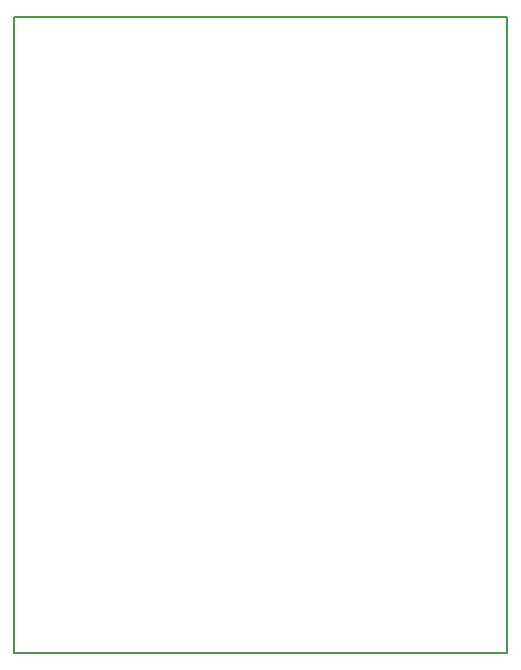
<source format=gm1>
G04 MADE WITH FRITZING*
G04 WWW.FRITZING.ORG*
G04 DOUBLE SIDED*
G04 HOLES PLATED*
G04 CONTOUR ON CENTER OF CONTOUR VECTOR*
%ASAXBY*%
%FSLAX23Y23*%
%MOIN*%
%OFA0B0*%
%SFA1.0B1.0*%
%ADD10R,1.653540X2.125980*%
%ADD11C,0.008000*%
%ADD10C,0.008*%
%LNCONTOUR*%
G90*
G70*
G54D10*
G54D11*
X4Y2122D02*
X1650Y2122D01*
X1650Y4D01*
X4Y4D01*
X4Y2122D01*
D02*
G04 End of contour*
M02*
</source>
